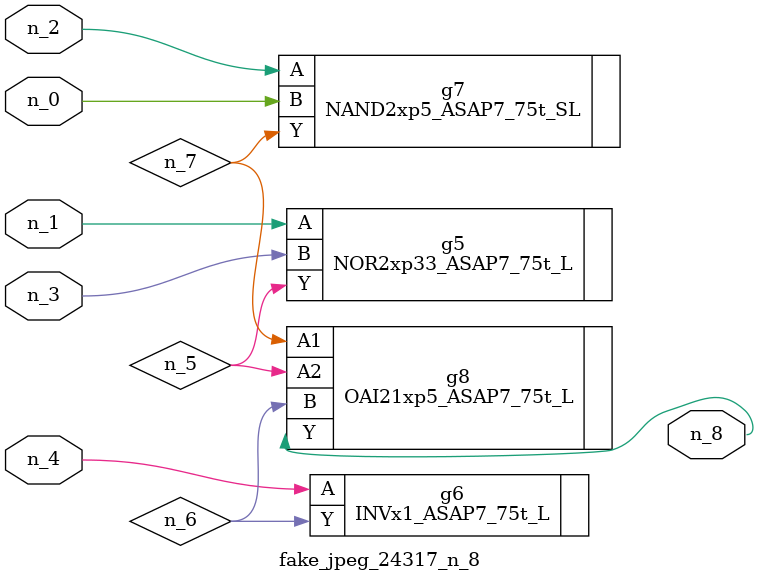
<source format=v>
module fake_jpeg_24317_n_8 (n_3, n_2, n_1, n_0, n_4, n_8);

input n_3;
input n_2;
input n_1;
input n_0;
input n_4;

output n_8;

wire n_6;
wire n_5;
wire n_7;

NOR2xp33_ASAP7_75t_L g5 ( 
.A(n_1),
.B(n_3),
.Y(n_5)
);

INVx1_ASAP7_75t_L g6 ( 
.A(n_4),
.Y(n_6)
);

NAND2xp5_ASAP7_75t_SL g7 ( 
.A(n_2),
.B(n_0),
.Y(n_7)
);

OAI21xp5_ASAP7_75t_L g8 ( 
.A1(n_7),
.A2(n_5),
.B(n_6),
.Y(n_8)
);


endmodule
</source>
